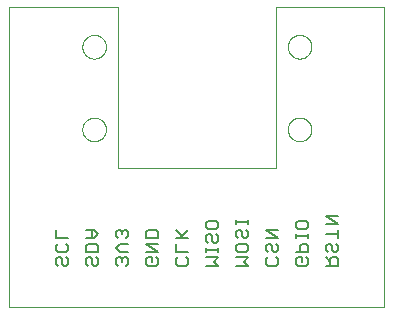
<source format=gbo>
G75*
%MOIN*%
%OFA0B0*%
%FSLAX25Y25*%
%IPPOS*%
%LPD*%
%AMOC8*
5,1,8,0,0,1.08239X$1,22.5*
%
%ADD10C,0.00000*%
%ADD11C,0.00800*%
D10*
X0009000Y0051500D02*
X0009000Y0151500D01*
X0045250Y0151500D01*
X0045250Y0098000D01*
X0097750Y0098000D01*
X0097750Y0151500D01*
X0134000Y0151500D01*
X0134000Y0051500D01*
X0009000Y0051500D01*
X0033313Y0110850D02*
X0033315Y0110975D01*
X0033321Y0111100D01*
X0033331Y0111224D01*
X0033345Y0111348D01*
X0033362Y0111472D01*
X0033384Y0111595D01*
X0033410Y0111717D01*
X0033439Y0111839D01*
X0033472Y0111959D01*
X0033510Y0112078D01*
X0033550Y0112197D01*
X0033595Y0112313D01*
X0033643Y0112428D01*
X0033695Y0112542D01*
X0033751Y0112654D01*
X0033810Y0112764D01*
X0033872Y0112872D01*
X0033938Y0112979D01*
X0034007Y0113083D01*
X0034080Y0113184D01*
X0034155Y0113284D01*
X0034234Y0113381D01*
X0034316Y0113475D01*
X0034401Y0113567D01*
X0034488Y0113656D01*
X0034579Y0113742D01*
X0034672Y0113825D01*
X0034768Y0113906D01*
X0034866Y0113983D01*
X0034966Y0114057D01*
X0035069Y0114128D01*
X0035174Y0114195D01*
X0035282Y0114260D01*
X0035391Y0114320D01*
X0035502Y0114378D01*
X0035615Y0114431D01*
X0035729Y0114481D01*
X0035845Y0114528D01*
X0035962Y0114570D01*
X0036081Y0114609D01*
X0036201Y0114645D01*
X0036322Y0114676D01*
X0036444Y0114704D01*
X0036566Y0114727D01*
X0036690Y0114747D01*
X0036814Y0114763D01*
X0036938Y0114775D01*
X0037063Y0114783D01*
X0037188Y0114787D01*
X0037312Y0114787D01*
X0037437Y0114783D01*
X0037562Y0114775D01*
X0037686Y0114763D01*
X0037810Y0114747D01*
X0037934Y0114727D01*
X0038056Y0114704D01*
X0038178Y0114676D01*
X0038299Y0114645D01*
X0038419Y0114609D01*
X0038538Y0114570D01*
X0038655Y0114528D01*
X0038771Y0114481D01*
X0038885Y0114431D01*
X0038998Y0114378D01*
X0039109Y0114320D01*
X0039219Y0114260D01*
X0039326Y0114195D01*
X0039431Y0114128D01*
X0039534Y0114057D01*
X0039634Y0113983D01*
X0039732Y0113906D01*
X0039828Y0113825D01*
X0039921Y0113742D01*
X0040012Y0113656D01*
X0040099Y0113567D01*
X0040184Y0113475D01*
X0040266Y0113381D01*
X0040345Y0113284D01*
X0040420Y0113184D01*
X0040493Y0113083D01*
X0040562Y0112979D01*
X0040628Y0112872D01*
X0040690Y0112764D01*
X0040749Y0112654D01*
X0040805Y0112542D01*
X0040857Y0112428D01*
X0040905Y0112313D01*
X0040950Y0112197D01*
X0040990Y0112078D01*
X0041028Y0111959D01*
X0041061Y0111839D01*
X0041090Y0111717D01*
X0041116Y0111595D01*
X0041138Y0111472D01*
X0041155Y0111348D01*
X0041169Y0111224D01*
X0041179Y0111100D01*
X0041185Y0110975D01*
X0041187Y0110850D01*
X0041185Y0110725D01*
X0041179Y0110600D01*
X0041169Y0110476D01*
X0041155Y0110352D01*
X0041138Y0110228D01*
X0041116Y0110105D01*
X0041090Y0109983D01*
X0041061Y0109861D01*
X0041028Y0109741D01*
X0040990Y0109622D01*
X0040950Y0109503D01*
X0040905Y0109387D01*
X0040857Y0109272D01*
X0040805Y0109158D01*
X0040749Y0109046D01*
X0040690Y0108936D01*
X0040628Y0108828D01*
X0040562Y0108721D01*
X0040493Y0108617D01*
X0040420Y0108516D01*
X0040345Y0108416D01*
X0040266Y0108319D01*
X0040184Y0108225D01*
X0040099Y0108133D01*
X0040012Y0108044D01*
X0039921Y0107958D01*
X0039828Y0107875D01*
X0039732Y0107794D01*
X0039634Y0107717D01*
X0039534Y0107643D01*
X0039431Y0107572D01*
X0039326Y0107505D01*
X0039218Y0107440D01*
X0039109Y0107380D01*
X0038998Y0107322D01*
X0038885Y0107269D01*
X0038771Y0107219D01*
X0038655Y0107172D01*
X0038538Y0107130D01*
X0038419Y0107091D01*
X0038299Y0107055D01*
X0038178Y0107024D01*
X0038056Y0106996D01*
X0037934Y0106973D01*
X0037810Y0106953D01*
X0037686Y0106937D01*
X0037562Y0106925D01*
X0037437Y0106917D01*
X0037312Y0106913D01*
X0037188Y0106913D01*
X0037063Y0106917D01*
X0036938Y0106925D01*
X0036814Y0106937D01*
X0036690Y0106953D01*
X0036566Y0106973D01*
X0036444Y0106996D01*
X0036322Y0107024D01*
X0036201Y0107055D01*
X0036081Y0107091D01*
X0035962Y0107130D01*
X0035845Y0107172D01*
X0035729Y0107219D01*
X0035615Y0107269D01*
X0035502Y0107322D01*
X0035391Y0107380D01*
X0035281Y0107440D01*
X0035174Y0107505D01*
X0035069Y0107572D01*
X0034966Y0107643D01*
X0034866Y0107717D01*
X0034768Y0107794D01*
X0034672Y0107875D01*
X0034579Y0107958D01*
X0034488Y0108044D01*
X0034401Y0108133D01*
X0034316Y0108225D01*
X0034234Y0108319D01*
X0034155Y0108416D01*
X0034080Y0108516D01*
X0034007Y0108617D01*
X0033938Y0108721D01*
X0033872Y0108828D01*
X0033810Y0108936D01*
X0033751Y0109046D01*
X0033695Y0109158D01*
X0033643Y0109272D01*
X0033595Y0109387D01*
X0033550Y0109503D01*
X0033510Y0109622D01*
X0033472Y0109741D01*
X0033439Y0109861D01*
X0033410Y0109983D01*
X0033384Y0110105D01*
X0033362Y0110228D01*
X0033345Y0110352D01*
X0033331Y0110476D01*
X0033321Y0110600D01*
X0033315Y0110725D01*
X0033313Y0110850D01*
X0033313Y0138410D02*
X0033315Y0138535D01*
X0033321Y0138660D01*
X0033331Y0138784D01*
X0033345Y0138908D01*
X0033362Y0139032D01*
X0033384Y0139155D01*
X0033410Y0139277D01*
X0033439Y0139399D01*
X0033472Y0139519D01*
X0033510Y0139638D01*
X0033550Y0139757D01*
X0033595Y0139873D01*
X0033643Y0139988D01*
X0033695Y0140102D01*
X0033751Y0140214D01*
X0033810Y0140324D01*
X0033872Y0140432D01*
X0033938Y0140539D01*
X0034007Y0140643D01*
X0034080Y0140744D01*
X0034155Y0140844D01*
X0034234Y0140941D01*
X0034316Y0141035D01*
X0034401Y0141127D01*
X0034488Y0141216D01*
X0034579Y0141302D01*
X0034672Y0141385D01*
X0034768Y0141466D01*
X0034866Y0141543D01*
X0034966Y0141617D01*
X0035069Y0141688D01*
X0035174Y0141755D01*
X0035282Y0141820D01*
X0035391Y0141880D01*
X0035502Y0141938D01*
X0035615Y0141991D01*
X0035729Y0142041D01*
X0035845Y0142088D01*
X0035962Y0142130D01*
X0036081Y0142169D01*
X0036201Y0142205D01*
X0036322Y0142236D01*
X0036444Y0142264D01*
X0036566Y0142287D01*
X0036690Y0142307D01*
X0036814Y0142323D01*
X0036938Y0142335D01*
X0037063Y0142343D01*
X0037188Y0142347D01*
X0037312Y0142347D01*
X0037437Y0142343D01*
X0037562Y0142335D01*
X0037686Y0142323D01*
X0037810Y0142307D01*
X0037934Y0142287D01*
X0038056Y0142264D01*
X0038178Y0142236D01*
X0038299Y0142205D01*
X0038419Y0142169D01*
X0038538Y0142130D01*
X0038655Y0142088D01*
X0038771Y0142041D01*
X0038885Y0141991D01*
X0038998Y0141938D01*
X0039109Y0141880D01*
X0039219Y0141820D01*
X0039326Y0141755D01*
X0039431Y0141688D01*
X0039534Y0141617D01*
X0039634Y0141543D01*
X0039732Y0141466D01*
X0039828Y0141385D01*
X0039921Y0141302D01*
X0040012Y0141216D01*
X0040099Y0141127D01*
X0040184Y0141035D01*
X0040266Y0140941D01*
X0040345Y0140844D01*
X0040420Y0140744D01*
X0040493Y0140643D01*
X0040562Y0140539D01*
X0040628Y0140432D01*
X0040690Y0140324D01*
X0040749Y0140214D01*
X0040805Y0140102D01*
X0040857Y0139988D01*
X0040905Y0139873D01*
X0040950Y0139757D01*
X0040990Y0139638D01*
X0041028Y0139519D01*
X0041061Y0139399D01*
X0041090Y0139277D01*
X0041116Y0139155D01*
X0041138Y0139032D01*
X0041155Y0138908D01*
X0041169Y0138784D01*
X0041179Y0138660D01*
X0041185Y0138535D01*
X0041187Y0138410D01*
X0041185Y0138285D01*
X0041179Y0138160D01*
X0041169Y0138036D01*
X0041155Y0137912D01*
X0041138Y0137788D01*
X0041116Y0137665D01*
X0041090Y0137543D01*
X0041061Y0137421D01*
X0041028Y0137301D01*
X0040990Y0137182D01*
X0040950Y0137063D01*
X0040905Y0136947D01*
X0040857Y0136832D01*
X0040805Y0136718D01*
X0040749Y0136606D01*
X0040690Y0136496D01*
X0040628Y0136388D01*
X0040562Y0136281D01*
X0040493Y0136177D01*
X0040420Y0136076D01*
X0040345Y0135976D01*
X0040266Y0135879D01*
X0040184Y0135785D01*
X0040099Y0135693D01*
X0040012Y0135604D01*
X0039921Y0135518D01*
X0039828Y0135435D01*
X0039732Y0135354D01*
X0039634Y0135277D01*
X0039534Y0135203D01*
X0039431Y0135132D01*
X0039326Y0135065D01*
X0039218Y0135000D01*
X0039109Y0134940D01*
X0038998Y0134882D01*
X0038885Y0134829D01*
X0038771Y0134779D01*
X0038655Y0134732D01*
X0038538Y0134690D01*
X0038419Y0134651D01*
X0038299Y0134615D01*
X0038178Y0134584D01*
X0038056Y0134556D01*
X0037934Y0134533D01*
X0037810Y0134513D01*
X0037686Y0134497D01*
X0037562Y0134485D01*
X0037437Y0134477D01*
X0037312Y0134473D01*
X0037188Y0134473D01*
X0037063Y0134477D01*
X0036938Y0134485D01*
X0036814Y0134497D01*
X0036690Y0134513D01*
X0036566Y0134533D01*
X0036444Y0134556D01*
X0036322Y0134584D01*
X0036201Y0134615D01*
X0036081Y0134651D01*
X0035962Y0134690D01*
X0035845Y0134732D01*
X0035729Y0134779D01*
X0035615Y0134829D01*
X0035502Y0134882D01*
X0035391Y0134940D01*
X0035281Y0135000D01*
X0035174Y0135065D01*
X0035069Y0135132D01*
X0034966Y0135203D01*
X0034866Y0135277D01*
X0034768Y0135354D01*
X0034672Y0135435D01*
X0034579Y0135518D01*
X0034488Y0135604D01*
X0034401Y0135693D01*
X0034316Y0135785D01*
X0034234Y0135879D01*
X0034155Y0135976D01*
X0034080Y0136076D01*
X0034007Y0136177D01*
X0033938Y0136281D01*
X0033872Y0136388D01*
X0033810Y0136496D01*
X0033751Y0136606D01*
X0033695Y0136718D01*
X0033643Y0136832D01*
X0033595Y0136947D01*
X0033550Y0137063D01*
X0033510Y0137182D01*
X0033472Y0137301D01*
X0033439Y0137421D01*
X0033410Y0137543D01*
X0033384Y0137665D01*
X0033362Y0137788D01*
X0033345Y0137912D01*
X0033331Y0138036D01*
X0033321Y0138160D01*
X0033315Y0138285D01*
X0033313Y0138410D01*
X0101813Y0138410D02*
X0101815Y0138535D01*
X0101821Y0138660D01*
X0101831Y0138784D01*
X0101845Y0138908D01*
X0101862Y0139032D01*
X0101884Y0139155D01*
X0101910Y0139277D01*
X0101939Y0139399D01*
X0101972Y0139519D01*
X0102010Y0139638D01*
X0102050Y0139757D01*
X0102095Y0139873D01*
X0102143Y0139988D01*
X0102195Y0140102D01*
X0102251Y0140214D01*
X0102310Y0140324D01*
X0102372Y0140432D01*
X0102438Y0140539D01*
X0102507Y0140643D01*
X0102580Y0140744D01*
X0102655Y0140844D01*
X0102734Y0140941D01*
X0102816Y0141035D01*
X0102901Y0141127D01*
X0102988Y0141216D01*
X0103079Y0141302D01*
X0103172Y0141385D01*
X0103268Y0141466D01*
X0103366Y0141543D01*
X0103466Y0141617D01*
X0103569Y0141688D01*
X0103674Y0141755D01*
X0103782Y0141820D01*
X0103891Y0141880D01*
X0104002Y0141938D01*
X0104115Y0141991D01*
X0104229Y0142041D01*
X0104345Y0142088D01*
X0104462Y0142130D01*
X0104581Y0142169D01*
X0104701Y0142205D01*
X0104822Y0142236D01*
X0104944Y0142264D01*
X0105066Y0142287D01*
X0105190Y0142307D01*
X0105314Y0142323D01*
X0105438Y0142335D01*
X0105563Y0142343D01*
X0105688Y0142347D01*
X0105812Y0142347D01*
X0105937Y0142343D01*
X0106062Y0142335D01*
X0106186Y0142323D01*
X0106310Y0142307D01*
X0106434Y0142287D01*
X0106556Y0142264D01*
X0106678Y0142236D01*
X0106799Y0142205D01*
X0106919Y0142169D01*
X0107038Y0142130D01*
X0107155Y0142088D01*
X0107271Y0142041D01*
X0107385Y0141991D01*
X0107498Y0141938D01*
X0107609Y0141880D01*
X0107719Y0141820D01*
X0107826Y0141755D01*
X0107931Y0141688D01*
X0108034Y0141617D01*
X0108134Y0141543D01*
X0108232Y0141466D01*
X0108328Y0141385D01*
X0108421Y0141302D01*
X0108512Y0141216D01*
X0108599Y0141127D01*
X0108684Y0141035D01*
X0108766Y0140941D01*
X0108845Y0140844D01*
X0108920Y0140744D01*
X0108993Y0140643D01*
X0109062Y0140539D01*
X0109128Y0140432D01*
X0109190Y0140324D01*
X0109249Y0140214D01*
X0109305Y0140102D01*
X0109357Y0139988D01*
X0109405Y0139873D01*
X0109450Y0139757D01*
X0109490Y0139638D01*
X0109528Y0139519D01*
X0109561Y0139399D01*
X0109590Y0139277D01*
X0109616Y0139155D01*
X0109638Y0139032D01*
X0109655Y0138908D01*
X0109669Y0138784D01*
X0109679Y0138660D01*
X0109685Y0138535D01*
X0109687Y0138410D01*
X0109685Y0138285D01*
X0109679Y0138160D01*
X0109669Y0138036D01*
X0109655Y0137912D01*
X0109638Y0137788D01*
X0109616Y0137665D01*
X0109590Y0137543D01*
X0109561Y0137421D01*
X0109528Y0137301D01*
X0109490Y0137182D01*
X0109450Y0137063D01*
X0109405Y0136947D01*
X0109357Y0136832D01*
X0109305Y0136718D01*
X0109249Y0136606D01*
X0109190Y0136496D01*
X0109128Y0136388D01*
X0109062Y0136281D01*
X0108993Y0136177D01*
X0108920Y0136076D01*
X0108845Y0135976D01*
X0108766Y0135879D01*
X0108684Y0135785D01*
X0108599Y0135693D01*
X0108512Y0135604D01*
X0108421Y0135518D01*
X0108328Y0135435D01*
X0108232Y0135354D01*
X0108134Y0135277D01*
X0108034Y0135203D01*
X0107931Y0135132D01*
X0107826Y0135065D01*
X0107718Y0135000D01*
X0107609Y0134940D01*
X0107498Y0134882D01*
X0107385Y0134829D01*
X0107271Y0134779D01*
X0107155Y0134732D01*
X0107038Y0134690D01*
X0106919Y0134651D01*
X0106799Y0134615D01*
X0106678Y0134584D01*
X0106556Y0134556D01*
X0106434Y0134533D01*
X0106310Y0134513D01*
X0106186Y0134497D01*
X0106062Y0134485D01*
X0105937Y0134477D01*
X0105812Y0134473D01*
X0105688Y0134473D01*
X0105563Y0134477D01*
X0105438Y0134485D01*
X0105314Y0134497D01*
X0105190Y0134513D01*
X0105066Y0134533D01*
X0104944Y0134556D01*
X0104822Y0134584D01*
X0104701Y0134615D01*
X0104581Y0134651D01*
X0104462Y0134690D01*
X0104345Y0134732D01*
X0104229Y0134779D01*
X0104115Y0134829D01*
X0104002Y0134882D01*
X0103891Y0134940D01*
X0103781Y0135000D01*
X0103674Y0135065D01*
X0103569Y0135132D01*
X0103466Y0135203D01*
X0103366Y0135277D01*
X0103268Y0135354D01*
X0103172Y0135435D01*
X0103079Y0135518D01*
X0102988Y0135604D01*
X0102901Y0135693D01*
X0102816Y0135785D01*
X0102734Y0135879D01*
X0102655Y0135976D01*
X0102580Y0136076D01*
X0102507Y0136177D01*
X0102438Y0136281D01*
X0102372Y0136388D01*
X0102310Y0136496D01*
X0102251Y0136606D01*
X0102195Y0136718D01*
X0102143Y0136832D01*
X0102095Y0136947D01*
X0102050Y0137063D01*
X0102010Y0137182D01*
X0101972Y0137301D01*
X0101939Y0137421D01*
X0101910Y0137543D01*
X0101884Y0137665D01*
X0101862Y0137788D01*
X0101845Y0137912D01*
X0101831Y0138036D01*
X0101821Y0138160D01*
X0101815Y0138285D01*
X0101813Y0138410D01*
X0101813Y0110850D02*
X0101815Y0110975D01*
X0101821Y0111100D01*
X0101831Y0111224D01*
X0101845Y0111348D01*
X0101862Y0111472D01*
X0101884Y0111595D01*
X0101910Y0111717D01*
X0101939Y0111839D01*
X0101972Y0111959D01*
X0102010Y0112078D01*
X0102050Y0112197D01*
X0102095Y0112313D01*
X0102143Y0112428D01*
X0102195Y0112542D01*
X0102251Y0112654D01*
X0102310Y0112764D01*
X0102372Y0112872D01*
X0102438Y0112979D01*
X0102507Y0113083D01*
X0102580Y0113184D01*
X0102655Y0113284D01*
X0102734Y0113381D01*
X0102816Y0113475D01*
X0102901Y0113567D01*
X0102988Y0113656D01*
X0103079Y0113742D01*
X0103172Y0113825D01*
X0103268Y0113906D01*
X0103366Y0113983D01*
X0103466Y0114057D01*
X0103569Y0114128D01*
X0103674Y0114195D01*
X0103782Y0114260D01*
X0103891Y0114320D01*
X0104002Y0114378D01*
X0104115Y0114431D01*
X0104229Y0114481D01*
X0104345Y0114528D01*
X0104462Y0114570D01*
X0104581Y0114609D01*
X0104701Y0114645D01*
X0104822Y0114676D01*
X0104944Y0114704D01*
X0105066Y0114727D01*
X0105190Y0114747D01*
X0105314Y0114763D01*
X0105438Y0114775D01*
X0105563Y0114783D01*
X0105688Y0114787D01*
X0105812Y0114787D01*
X0105937Y0114783D01*
X0106062Y0114775D01*
X0106186Y0114763D01*
X0106310Y0114747D01*
X0106434Y0114727D01*
X0106556Y0114704D01*
X0106678Y0114676D01*
X0106799Y0114645D01*
X0106919Y0114609D01*
X0107038Y0114570D01*
X0107155Y0114528D01*
X0107271Y0114481D01*
X0107385Y0114431D01*
X0107498Y0114378D01*
X0107609Y0114320D01*
X0107719Y0114260D01*
X0107826Y0114195D01*
X0107931Y0114128D01*
X0108034Y0114057D01*
X0108134Y0113983D01*
X0108232Y0113906D01*
X0108328Y0113825D01*
X0108421Y0113742D01*
X0108512Y0113656D01*
X0108599Y0113567D01*
X0108684Y0113475D01*
X0108766Y0113381D01*
X0108845Y0113284D01*
X0108920Y0113184D01*
X0108993Y0113083D01*
X0109062Y0112979D01*
X0109128Y0112872D01*
X0109190Y0112764D01*
X0109249Y0112654D01*
X0109305Y0112542D01*
X0109357Y0112428D01*
X0109405Y0112313D01*
X0109450Y0112197D01*
X0109490Y0112078D01*
X0109528Y0111959D01*
X0109561Y0111839D01*
X0109590Y0111717D01*
X0109616Y0111595D01*
X0109638Y0111472D01*
X0109655Y0111348D01*
X0109669Y0111224D01*
X0109679Y0111100D01*
X0109685Y0110975D01*
X0109687Y0110850D01*
X0109685Y0110725D01*
X0109679Y0110600D01*
X0109669Y0110476D01*
X0109655Y0110352D01*
X0109638Y0110228D01*
X0109616Y0110105D01*
X0109590Y0109983D01*
X0109561Y0109861D01*
X0109528Y0109741D01*
X0109490Y0109622D01*
X0109450Y0109503D01*
X0109405Y0109387D01*
X0109357Y0109272D01*
X0109305Y0109158D01*
X0109249Y0109046D01*
X0109190Y0108936D01*
X0109128Y0108828D01*
X0109062Y0108721D01*
X0108993Y0108617D01*
X0108920Y0108516D01*
X0108845Y0108416D01*
X0108766Y0108319D01*
X0108684Y0108225D01*
X0108599Y0108133D01*
X0108512Y0108044D01*
X0108421Y0107958D01*
X0108328Y0107875D01*
X0108232Y0107794D01*
X0108134Y0107717D01*
X0108034Y0107643D01*
X0107931Y0107572D01*
X0107826Y0107505D01*
X0107718Y0107440D01*
X0107609Y0107380D01*
X0107498Y0107322D01*
X0107385Y0107269D01*
X0107271Y0107219D01*
X0107155Y0107172D01*
X0107038Y0107130D01*
X0106919Y0107091D01*
X0106799Y0107055D01*
X0106678Y0107024D01*
X0106556Y0106996D01*
X0106434Y0106973D01*
X0106310Y0106953D01*
X0106186Y0106937D01*
X0106062Y0106925D01*
X0105937Y0106917D01*
X0105812Y0106913D01*
X0105688Y0106913D01*
X0105563Y0106917D01*
X0105438Y0106925D01*
X0105314Y0106937D01*
X0105190Y0106953D01*
X0105066Y0106973D01*
X0104944Y0106996D01*
X0104822Y0107024D01*
X0104701Y0107055D01*
X0104581Y0107091D01*
X0104462Y0107130D01*
X0104345Y0107172D01*
X0104229Y0107219D01*
X0104115Y0107269D01*
X0104002Y0107322D01*
X0103891Y0107380D01*
X0103781Y0107440D01*
X0103674Y0107505D01*
X0103569Y0107572D01*
X0103466Y0107643D01*
X0103366Y0107717D01*
X0103268Y0107794D01*
X0103172Y0107875D01*
X0103079Y0107958D01*
X0102988Y0108044D01*
X0102901Y0108133D01*
X0102816Y0108225D01*
X0102734Y0108319D01*
X0102655Y0108416D01*
X0102580Y0108516D01*
X0102507Y0108617D01*
X0102438Y0108721D01*
X0102372Y0108828D01*
X0102310Y0108936D01*
X0102251Y0109046D01*
X0102195Y0109158D01*
X0102143Y0109272D01*
X0102095Y0109387D01*
X0102050Y0109503D01*
X0102010Y0109622D01*
X0101972Y0109741D01*
X0101939Y0109861D01*
X0101910Y0109983D01*
X0101884Y0110105D01*
X0101862Y0110228D01*
X0101845Y0110352D01*
X0101831Y0110476D01*
X0101821Y0110600D01*
X0101815Y0110725D01*
X0101813Y0110850D01*
D11*
X0114400Y0082014D02*
X0118604Y0082014D01*
X0118604Y0079212D02*
X0114400Y0082014D01*
X0114400Y0079212D02*
X0118604Y0079212D01*
X0118604Y0077410D02*
X0118604Y0074608D01*
X0118604Y0076009D02*
X0114400Y0076009D01*
X0115101Y0072806D02*
X0114400Y0072106D01*
X0114400Y0070705D01*
X0115101Y0070004D01*
X0116502Y0070705D02*
X0116502Y0072106D01*
X0115801Y0072806D01*
X0115101Y0072806D01*
X0116502Y0070705D02*
X0117202Y0070004D01*
X0117903Y0070004D01*
X0118604Y0070705D01*
X0118604Y0072106D01*
X0117903Y0072806D01*
X0117903Y0068202D02*
X0116502Y0068202D01*
X0115801Y0067502D01*
X0115801Y0065400D01*
X0114400Y0065400D02*
X0118604Y0065400D01*
X0118604Y0067502D01*
X0117903Y0068202D01*
X0115801Y0066801D02*
X0114400Y0068202D01*
X0108604Y0067502D02*
X0108604Y0066101D01*
X0107903Y0065400D01*
X0105101Y0065400D01*
X0104400Y0066101D01*
X0104400Y0067502D01*
X0105101Y0068202D01*
X0106502Y0068202D01*
X0106502Y0066801D01*
X0107903Y0068202D02*
X0108604Y0067502D01*
X0108604Y0070004D02*
X0108604Y0072106D01*
X0107903Y0072806D01*
X0106502Y0072806D01*
X0105801Y0072106D01*
X0105801Y0070004D01*
X0104400Y0070004D02*
X0108604Y0070004D01*
X0108604Y0074608D02*
X0108604Y0076009D01*
X0108604Y0075308D02*
X0104400Y0075308D01*
X0104400Y0074608D02*
X0104400Y0076009D01*
X0105101Y0077677D02*
X0104400Y0078378D01*
X0104400Y0079779D01*
X0105101Y0080480D01*
X0107903Y0080480D01*
X0108604Y0079779D01*
X0108604Y0078378D01*
X0107903Y0077677D01*
X0105101Y0077677D01*
X0098604Y0077410D02*
X0094400Y0077410D01*
X0098604Y0074608D01*
X0094400Y0074608D01*
X0095101Y0072806D02*
X0094400Y0072106D01*
X0094400Y0070705D01*
X0095101Y0070004D01*
X0096502Y0070705D02*
X0096502Y0072106D01*
X0095801Y0072806D01*
X0095101Y0072806D01*
X0096502Y0070705D02*
X0097202Y0070004D01*
X0097903Y0070004D01*
X0098604Y0070705D01*
X0098604Y0072106D01*
X0097903Y0072806D01*
X0097903Y0068202D02*
X0098604Y0067502D01*
X0098604Y0066101D01*
X0097903Y0065400D01*
X0095101Y0065400D01*
X0094400Y0066101D01*
X0094400Y0067502D01*
X0095101Y0068202D01*
X0088604Y0068202D02*
X0084400Y0068202D01*
X0085101Y0070004D02*
X0084400Y0070705D01*
X0084400Y0072106D01*
X0085101Y0072806D01*
X0087903Y0072806D01*
X0088604Y0072106D01*
X0088604Y0070705D01*
X0087903Y0070004D01*
X0085101Y0070004D01*
X0087202Y0066801D02*
X0088604Y0068202D01*
X0087202Y0066801D02*
X0088604Y0065400D01*
X0084400Y0065400D01*
X0078604Y0065400D02*
X0077202Y0066801D01*
X0078604Y0068202D01*
X0074400Y0068202D01*
X0074400Y0070004D02*
X0074400Y0071405D01*
X0074400Y0070705D02*
X0078604Y0070705D01*
X0078604Y0071405D02*
X0078604Y0070004D01*
X0077903Y0073073D02*
X0077202Y0073073D01*
X0076502Y0073774D01*
X0076502Y0075175D01*
X0075801Y0075876D01*
X0075101Y0075876D01*
X0074400Y0075175D01*
X0074400Y0073774D01*
X0075101Y0073073D01*
X0077903Y0073073D02*
X0078604Y0073774D01*
X0078604Y0075175D01*
X0077903Y0075876D01*
X0077903Y0077677D02*
X0075101Y0077677D01*
X0074400Y0078378D01*
X0074400Y0079779D01*
X0075101Y0080480D01*
X0077903Y0080480D01*
X0078604Y0079779D01*
X0078604Y0078378D01*
X0077903Y0077677D01*
X0084400Y0076710D02*
X0084400Y0075308D01*
X0085101Y0074608D01*
X0086502Y0075308D02*
X0086502Y0076710D01*
X0085801Y0077410D01*
X0085101Y0077410D01*
X0084400Y0076710D01*
X0084400Y0079212D02*
X0084400Y0080613D01*
X0084400Y0079912D02*
X0088604Y0079912D01*
X0088604Y0079212D02*
X0088604Y0080613D01*
X0087903Y0077410D02*
X0088604Y0076710D01*
X0088604Y0075308D01*
X0087903Y0074608D01*
X0087202Y0074608D01*
X0086502Y0075308D01*
X0078604Y0065400D02*
X0074400Y0065400D01*
X0068604Y0066101D02*
X0067903Y0065400D01*
X0065101Y0065400D01*
X0064400Y0066101D01*
X0064400Y0067502D01*
X0065101Y0068202D01*
X0064400Y0070004D02*
X0064400Y0072806D01*
X0064400Y0074608D02*
X0068604Y0074608D01*
X0066502Y0075308D02*
X0064400Y0077410D01*
X0065801Y0074608D02*
X0068604Y0077410D01*
X0068604Y0070004D02*
X0064400Y0070004D01*
X0067903Y0068202D02*
X0068604Y0067502D01*
X0068604Y0066101D01*
X0058604Y0066101D02*
X0057903Y0065400D01*
X0055101Y0065400D01*
X0054400Y0066101D01*
X0054400Y0067502D01*
X0055101Y0068202D01*
X0056502Y0068202D01*
X0056502Y0066801D01*
X0057903Y0068202D02*
X0058604Y0067502D01*
X0058604Y0066101D01*
X0058604Y0070004D02*
X0054400Y0072806D01*
X0058604Y0072806D01*
X0058604Y0074608D02*
X0058604Y0076710D01*
X0057903Y0077410D01*
X0055101Y0077410D01*
X0054400Y0076710D01*
X0054400Y0074608D01*
X0058604Y0074608D01*
X0058604Y0070004D02*
X0054400Y0070004D01*
X0048604Y0070004D02*
X0045801Y0070004D01*
X0044400Y0071405D01*
X0045801Y0072806D01*
X0048604Y0072806D01*
X0047903Y0074608D02*
X0048604Y0075308D01*
X0048604Y0076710D01*
X0047903Y0077410D01*
X0047202Y0077410D01*
X0046502Y0076710D01*
X0045801Y0077410D01*
X0045101Y0077410D01*
X0044400Y0076710D01*
X0044400Y0075308D01*
X0045101Y0074608D01*
X0046502Y0076009D02*
X0046502Y0076710D01*
X0038604Y0076009D02*
X0037202Y0077410D01*
X0034400Y0077410D01*
X0036502Y0077410D02*
X0036502Y0074608D01*
X0037202Y0074608D02*
X0038604Y0076009D01*
X0037202Y0074608D02*
X0034400Y0074608D01*
X0035101Y0072806D02*
X0034400Y0072106D01*
X0034400Y0070004D01*
X0038604Y0070004D01*
X0038604Y0072106D01*
X0037903Y0072806D01*
X0035101Y0072806D01*
X0035101Y0068202D02*
X0034400Y0067502D01*
X0034400Y0066101D01*
X0035101Y0065400D01*
X0036502Y0066101D02*
X0036502Y0067502D01*
X0035801Y0068202D01*
X0035101Y0068202D01*
X0036502Y0066101D02*
X0037202Y0065400D01*
X0037903Y0065400D01*
X0038604Y0066101D01*
X0038604Y0067502D01*
X0037903Y0068202D01*
X0044400Y0067502D02*
X0044400Y0066101D01*
X0045101Y0065400D01*
X0046502Y0066801D02*
X0046502Y0067502D01*
X0045801Y0068202D01*
X0045101Y0068202D01*
X0044400Y0067502D01*
X0046502Y0067502D02*
X0047202Y0068202D01*
X0047903Y0068202D01*
X0048604Y0067502D01*
X0048604Y0066101D01*
X0047903Y0065400D01*
X0028604Y0066101D02*
X0027903Y0065400D01*
X0027202Y0065400D01*
X0026502Y0066101D01*
X0026502Y0067502D01*
X0025801Y0068202D01*
X0025101Y0068202D01*
X0024400Y0067502D01*
X0024400Y0066101D01*
X0025101Y0065400D01*
X0028604Y0066101D02*
X0028604Y0067502D01*
X0027903Y0068202D01*
X0027903Y0070004D02*
X0025101Y0070004D01*
X0024400Y0070705D01*
X0024400Y0072106D01*
X0025101Y0072806D01*
X0024400Y0074608D02*
X0024400Y0077410D01*
X0024400Y0074608D02*
X0028604Y0074608D01*
X0027903Y0072806D02*
X0028604Y0072106D01*
X0028604Y0070705D01*
X0027903Y0070004D01*
M02*

</source>
